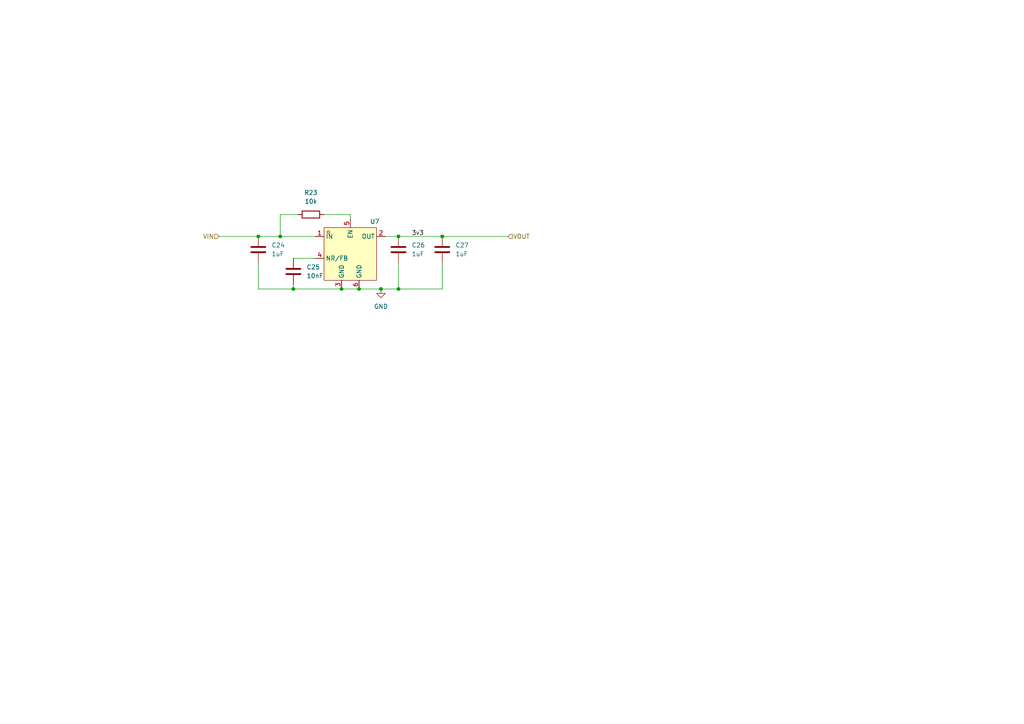
<source format=kicad_sch>
(kicad_sch (version 20250114) (generator "eeschema") (generator_version "9.0")
  (paper "A4")
  (lib_symbols
    (symbol "Device:C" (pin_numbers (hide yes)) (pin_names (offset 0.254))
      (property "Reference" "C" (at 0.635 2.54 0))
      (property "Value" "C" (at 0.635 -2.54 0))
      (symbol "C_0_1"
        (polyline (pts (xy -2.032 0.762) (xy 2.032 0.762)) (stroke (width 0.508)))
        (polyline (pts (xy -2.032 -0.762) (xy 2.032 -0.762)) (stroke (width 0.508)))
      )
      (symbol "C_1_1"
        (pin passive line (at 0 3.81 270) (length 2.794) (name "~") (number "1"))
        (pin passive line (at 0 -3.81 90) (length 2.794) (name "~") (number "2"))
      )
    )
    (symbol "Device:R" (pin_numbers (hide yes)) (pin_names (offset 0))
      (property "Reference" "R" (at 2.032 0 90))
      (property "Value" "R" (at 0 0 90))
      (symbol "R_0_1"
        (rectangle (start -1.016 -2.54) (end 1.016 2.54) (stroke (width 0.254)))
      )
      (symbol "R_1_1"
        (pin passive line (at 0 3.81 270) (length 1.27) (name "~") (number "1"))
        (pin passive line (at 0 -3.81 90) (length 1.27) (name "~") (number "2"))
      )
    )
    (symbol "easyeda2kicad:TPS73733DCQ_C5220270"
      (property "Reference" "U" (at 0 10.16 0))
      (property "Value" "TPS73733DCQ_C5220270" (at 0 -10.16 0))
      (symbol "TPS73733DCQ_C5220270_0_1"
        (rectangle (start -7.62 7.62) (end 7.62 -7.62) (fill (type background)))
        (circle (center -6.35 6.35) (radius 0.38))
        (pin unspecified line (at -10.16 5.08 0) (length 2.54) (name "IN") (number "1"))
        (pin unspecified line (at -10.16 -1.27 0) (length 2.54) (name "NR/FB") (number "4"))
        (pin unspecified line (at -2.54 -10.16 90) (length 2.54) (name "GND") (number "3"))
        (pin unspecified line (at 0 10.16 270) (length 2.54) (name "EN") (number "5"))
        (pin unspecified line (at 2.54 -10.16 90) (length 2.54) (name "GND") (number "6"))
        (pin unspecified line (at 10.16 5.08 180) (length 2.54) (name "OUT") (number "2"))
      )
    )
    (symbol "power:GND" (power) (pin_numbers (hide yes)) (pin_names (offset 0) (hide yes))
      (property "Value" "GND" (at 0 -3.81 0))
      (symbol "GND_0_1"
        (polyline (pts (xy 0 0) (xy 0 -1.27) (xy 1.27 -1.27) (xy 0 -2.54) (xy -1.27 -1.27) (xy 0 -1.27)))
      )
      (symbol "GND_1_1"
        (pin power_in line (at 0 0 270) (length 0) (name "~") (number "1"))
      )
    )
  )
  (junction (at 85.09 83.82))
  (junction (at 74.93 68.58))
  (junction (at 99.06 83.82))
  (junction (at 81.28 68.58))
  (junction (at 128.27 68.58))
  (junction (at 104.14 83.82))
  (junction (at 115.57 83.82))
  (junction (at 115.57 68.58))
  (junction (at 110.49 83.82))
  (wire (pts (xy 115.57 83.82) (xy 110.49 83.82)))
  (wire (pts (xy 86.36 62.23) (xy 81.28 62.23)))
  (wire (pts (xy 74.93 68.58) (xy 81.28 68.58)))
  (wire (pts (xy 85.09 82.55) (xy 85.09 83.82)))
  (wire (pts (xy 115.57 76.2) (xy 115.57 83.82)))
  (wire (pts (xy 128.27 76.2) (xy 128.27 83.82)))
  (wire (pts (xy 111.76 68.58) (xy 115.57 68.58)))
  (wire (pts (xy 81.28 68.58) (xy 91.44 68.58)))
  (wire (pts (xy 128.27 68.58) (xy 147.32 68.58)))
  (wire (pts (xy 110.49 83.82) (xy 104.14 83.82)))
  (wire (pts (xy 115.57 68.58) (xy 128.27 68.58)))
  (wire (pts (xy 74.93 83.82) (xy 85.09 83.82)))
  (wire (pts (xy 93.98 62.23) (xy 101.6 62.23)))
  (wire (pts (xy 74.93 76.2) (xy 74.93 83.82)))
  (wire (pts (xy 85.09 83.82) (xy 99.06 83.82)))
  (wire (pts (xy 101.6 62.23) (xy 101.6 63.5)))
  (wire (pts (xy 63.5 68.58) (xy 74.93 68.58)))
  (wire (pts (xy 115.57 83.82) (xy 128.27 83.82)))
  (wire (pts (xy 99.06 83.82) (xy 104.14 83.82)))
  (wire (pts (xy 85.09 74.93) (xy 91.44 74.93)))
  (wire (pts (xy 81.28 62.23) (xy 81.28 68.58)))
  (label "3v3" (at 119.38 68.58 0))
  (hierarchical_label "VIN" (shape input) (at 63.5 68.58 180))
  (hierarchical_label "VOUT" (shape input) (at 147.32 68.58 0))
  (symbol (lib_id "Device:C") (at 85.09 78.74 0) (unit 1)
    (property "Reference" "C25" (at 88.9 77.4699 0) (effects (justify left)))
    (property "Value" "10nF" (at 88.9 80.0099 0) (effects (justify left)))
    (property "Footprint" "Capacitor_SMD:C_0603_1608Metric" (effects (hide yes)))
    (property "Description" "Unpolarized capacitor" (effects (hide yes)))
  )
  (symbol (lib_id "Device:R") (at 90.17 62.23 90) (unit 1)
    (property "Reference" "R23" (at 90.17 55.88 90))
    (property "Value" "10k" (at 90.17 58.42 90))
    (property "Footprint" "Resistor_SMD:R_0603_1608Metric" (effects (hide yes)))
    (property "Description" "Resistor" (effects (hide yes)))
  )
  (symbol (lib_id "Device:C") (at 115.57 72.39 0) (unit 1)
    (property "Reference" "C26" (at 119.38 71.1199 0) (effects (justify left)))
    (property "Value" "1uF" (at 119.38 73.6599 0) (effects (justify left)))
    (property "Footprint" "Capacitor_SMD:C_0603_1608Metric" (effects (hide yes)))
    (property "Description" "Unpolarized capacitor" (effects (hide yes)))
  )
  (symbol (lib_id "easyeda2kicad:TPS73733DCQ_C5220270") (at 101.6 73.66 0) (unit 1)
    (property "Reference" "U7" (at 108.712 64.262 0))
    (property "Value" "TPS73733DCQ_C5220270" (effects (hide yes)))
    (property "Footprint" "easyeda2kicad:SOT-223-6_L6.5-W3.5-P1.27-LS7.0-BR" (effects (hide yes)))
    (property "LCSC Part" "C5220270" (effects (hide yes)))
  )
  (symbol (lib_id "power:GND") (at 110.49 83.82 0) (unit 1)
    (property "Reference" "#PWR029" (effects (hide yes)))
    (property "Value" "GND" (at 110.49 88.9 0))
    (property "Description" "Power symbol creates a global label with name \"GND\" , ground" (effects (hide yes)))
  )
  (symbol (lib_id "Device:C") (at 128.27 72.39 0) (unit 1)
    (property "Reference" "C27" (at 132.08 71.1199 0) (effects (justify left)))
    (property "Value" "1uF" (at 132.08 73.6599 0) (effects (justify left)))
    (property "Footprint" "Capacitor_SMD:C_0603_1608Metric" (effects (hide yes)))
    (property "Description" "Unpolarized capacitor" (effects (hide yes)))
  )
  (symbol (lib_id "Device:C") (at 74.93 72.39 0) (unit 1)
    (property "Reference" "C24" (at 78.74 71.1199 0) (effects (justify left)))
    (property "Value" "1uF" (at 78.74 73.6599 0) (effects (justify left)))
    (property "Footprint" "Capacitor_SMD:C_0603_1608Metric" (effects (hide yes)))
    (property "Description" "Unpolarized capacitor" (effects (hide yes)))
  )
)
</source>
